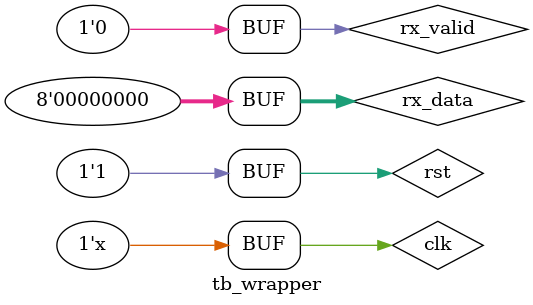
<source format=v>
`timescale 1ns/1ps

module tb_wrapper;

    // Testbench signals
    reg clk = 0;
    reg rst = 1;
    reg [7:0] rx_data = 0;
    reg rx_valid = 0;
    wire [7:0] msg_type;
    wire [15:0] msg_len;
    wire new_msg;

    // Clock generation: 10ns period
    always #5 clk = ~clk;

    // Instantiate the DUT
    itch_parser dut (
        .clk(clk),
        .rst(rst),
        .rx_data(rx_data),
        .rx_valid(rx_valid),
        .msg_type(msg_type),
        .msg_len(msg_len),
        .new_msg(new_msg)
    );

    // Dump VCD waveform
    initial begin
        $dumpfile("waveform.vcd");
        $dumpvars(0, tb_wrapper);
    end

endmodule

</source>
